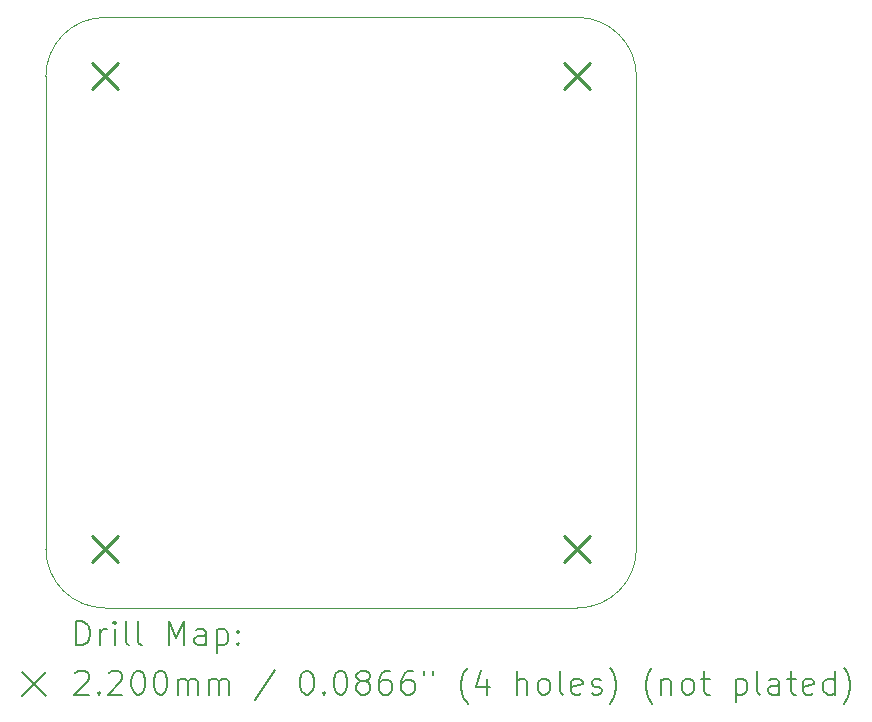
<source format=gbr>
%TF.GenerationSoftware,KiCad,Pcbnew,8.0.1*%
%TF.CreationDate,2025-02-17T13:43:29+05:00*%
%TF.ProjectId,pwm_servo,70776d5f-7365-4727-966f-2e6b69636164,rev?*%
%TF.SameCoordinates,Original*%
%TF.FileFunction,Drillmap*%
%TF.FilePolarity,Positive*%
%FSLAX45Y45*%
G04 Gerber Fmt 4.5, Leading zero omitted, Abs format (unit mm)*
G04 Created by KiCad (PCBNEW 8.0.1) date 2025-02-17 13:43:29*
%MOMM*%
%LPD*%
G01*
G04 APERTURE LIST*
%ADD10C,0.050000*%
%ADD11C,0.200000*%
%ADD12C,0.220000*%
G04 APERTURE END LIST*
D10*
X13757500Y-11405000D02*
X13757500Y-7405000D01*
X18757500Y-11405000D02*
G75*
G02*
X18257500Y-11905000I-500000J0D01*
G01*
X18257500Y-11905000D02*
X14257500Y-11905000D01*
X13757500Y-7405000D02*
G75*
G02*
X14257500Y-6905000I500000J0D01*
G01*
X18757500Y-7405000D02*
X18757500Y-11405000D01*
X18257500Y-6905000D02*
G75*
G02*
X18757500Y-7405000I0J-500000D01*
G01*
X14257500Y-11905000D02*
G75*
G02*
X13757500Y-11405000I0J500000D01*
G01*
X14257500Y-6905000D02*
X18257500Y-6905000D01*
D11*
D12*
X14147500Y-7295000D02*
X14367500Y-7515000D01*
X14367500Y-7295000D02*
X14147500Y-7515000D01*
X14147500Y-11295000D02*
X14367500Y-11515000D01*
X14367500Y-11295000D02*
X14147500Y-11515000D01*
X18147500Y-7295000D02*
X18367500Y-7515000D01*
X18367500Y-7295000D02*
X18147500Y-7515000D01*
X18147500Y-11295000D02*
X18367500Y-11515000D01*
X18367500Y-11295000D02*
X18147500Y-11515000D01*
D11*
X14015777Y-12218984D02*
X14015777Y-12018984D01*
X14015777Y-12018984D02*
X14063396Y-12018984D01*
X14063396Y-12018984D02*
X14091967Y-12028508D01*
X14091967Y-12028508D02*
X14111015Y-12047555D01*
X14111015Y-12047555D02*
X14120539Y-12066603D01*
X14120539Y-12066603D02*
X14130062Y-12104698D01*
X14130062Y-12104698D02*
X14130062Y-12133269D01*
X14130062Y-12133269D02*
X14120539Y-12171365D01*
X14120539Y-12171365D02*
X14111015Y-12190412D01*
X14111015Y-12190412D02*
X14091967Y-12209460D01*
X14091967Y-12209460D02*
X14063396Y-12218984D01*
X14063396Y-12218984D02*
X14015777Y-12218984D01*
X14215777Y-12218984D02*
X14215777Y-12085650D01*
X14215777Y-12123746D02*
X14225301Y-12104698D01*
X14225301Y-12104698D02*
X14234824Y-12095174D01*
X14234824Y-12095174D02*
X14253872Y-12085650D01*
X14253872Y-12085650D02*
X14272920Y-12085650D01*
X14339586Y-12218984D02*
X14339586Y-12085650D01*
X14339586Y-12018984D02*
X14330062Y-12028508D01*
X14330062Y-12028508D02*
X14339586Y-12038031D01*
X14339586Y-12038031D02*
X14349110Y-12028508D01*
X14349110Y-12028508D02*
X14339586Y-12018984D01*
X14339586Y-12018984D02*
X14339586Y-12038031D01*
X14463396Y-12218984D02*
X14444348Y-12209460D01*
X14444348Y-12209460D02*
X14434824Y-12190412D01*
X14434824Y-12190412D02*
X14434824Y-12018984D01*
X14568158Y-12218984D02*
X14549110Y-12209460D01*
X14549110Y-12209460D02*
X14539586Y-12190412D01*
X14539586Y-12190412D02*
X14539586Y-12018984D01*
X14796729Y-12218984D02*
X14796729Y-12018984D01*
X14796729Y-12018984D02*
X14863396Y-12161841D01*
X14863396Y-12161841D02*
X14930062Y-12018984D01*
X14930062Y-12018984D02*
X14930062Y-12218984D01*
X15111015Y-12218984D02*
X15111015Y-12114222D01*
X15111015Y-12114222D02*
X15101491Y-12095174D01*
X15101491Y-12095174D02*
X15082443Y-12085650D01*
X15082443Y-12085650D02*
X15044348Y-12085650D01*
X15044348Y-12085650D02*
X15025301Y-12095174D01*
X15111015Y-12209460D02*
X15091967Y-12218984D01*
X15091967Y-12218984D02*
X15044348Y-12218984D01*
X15044348Y-12218984D02*
X15025301Y-12209460D01*
X15025301Y-12209460D02*
X15015777Y-12190412D01*
X15015777Y-12190412D02*
X15015777Y-12171365D01*
X15015777Y-12171365D02*
X15025301Y-12152317D01*
X15025301Y-12152317D02*
X15044348Y-12142793D01*
X15044348Y-12142793D02*
X15091967Y-12142793D01*
X15091967Y-12142793D02*
X15111015Y-12133269D01*
X15206253Y-12085650D02*
X15206253Y-12285650D01*
X15206253Y-12095174D02*
X15225301Y-12085650D01*
X15225301Y-12085650D02*
X15263396Y-12085650D01*
X15263396Y-12085650D02*
X15282443Y-12095174D01*
X15282443Y-12095174D02*
X15291967Y-12104698D01*
X15291967Y-12104698D02*
X15301491Y-12123746D01*
X15301491Y-12123746D02*
X15301491Y-12180888D01*
X15301491Y-12180888D02*
X15291967Y-12199936D01*
X15291967Y-12199936D02*
X15282443Y-12209460D01*
X15282443Y-12209460D02*
X15263396Y-12218984D01*
X15263396Y-12218984D02*
X15225301Y-12218984D01*
X15225301Y-12218984D02*
X15206253Y-12209460D01*
X15387205Y-12199936D02*
X15396729Y-12209460D01*
X15396729Y-12209460D02*
X15387205Y-12218984D01*
X15387205Y-12218984D02*
X15377682Y-12209460D01*
X15377682Y-12209460D02*
X15387205Y-12199936D01*
X15387205Y-12199936D02*
X15387205Y-12218984D01*
X15387205Y-12095174D02*
X15396729Y-12104698D01*
X15396729Y-12104698D02*
X15387205Y-12114222D01*
X15387205Y-12114222D02*
X15377682Y-12104698D01*
X15377682Y-12104698D02*
X15387205Y-12095174D01*
X15387205Y-12095174D02*
X15387205Y-12114222D01*
X13555000Y-12447500D02*
X13755000Y-12647500D01*
X13755000Y-12447500D02*
X13555000Y-12647500D01*
X14006253Y-12458031D02*
X14015777Y-12448508D01*
X14015777Y-12448508D02*
X14034824Y-12438984D01*
X14034824Y-12438984D02*
X14082443Y-12438984D01*
X14082443Y-12438984D02*
X14101491Y-12448508D01*
X14101491Y-12448508D02*
X14111015Y-12458031D01*
X14111015Y-12458031D02*
X14120539Y-12477079D01*
X14120539Y-12477079D02*
X14120539Y-12496127D01*
X14120539Y-12496127D02*
X14111015Y-12524698D01*
X14111015Y-12524698D02*
X13996729Y-12638984D01*
X13996729Y-12638984D02*
X14120539Y-12638984D01*
X14206253Y-12619936D02*
X14215777Y-12629460D01*
X14215777Y-12629460D02*
X14206253Y-12638984D01*
X14206253Y-12638984D02*
X14196729Y-12629460D01*
X14196729Y-12629460D02*
X14206253Y-12619936D01*
X14206253Y-12619936D02*
X14206253Y-12638984D01*
X14291967Y-12458031D02*
X14301491Y-12448508D01*
X14301491Y-12448508D02*
X14320539Y-12438984D01*
X14320539Y-12438984D02*
X14368158Y-12438984D01*
X14368158Y-12438984D02*
X14387205Y-12448508D01*
X14387205Y-12448508D02*
X14396729Y-12458031D01*
X14396729Y-12458031D02*
X14406253Y-12477079D01*
X14406253Y-12477079D02*
X14406253Y-12496127D01*
X14406253Y-12496127D02*
X14396729Y-12524698D01*
X14396729Y-12524698D02*
X14282443Y-12638984D01*
X14282443Y-12638984D02*
X14406253Y-12638984D01*
X14530062Y-12438984D02*
X14549110Y-12438984D01*
X14549110Y-12438984D02*
X14568158Y-12448508D01*
X14568158Y-12448508D02*
X14577682Y-12458031D01*
X14577682Y-12458031D02*
X14587205Y-12477079D01*
X14587205Y-12477079D02*
X14596729Y-12515174D01*
X14596729Y-12515174D02*
X14596729Y-12562793D01*
X14596729Y-12562793D02*
X14587205Y-12600888D01*
X14587205Y-12600888D02*
X14577682Y-12619936D01*
X14577682Y-12619936D02*
X14568158Y-12629460D01*
X14568158Y-12629460D02*
X14549110Y-12638984D01*
X14549110Y-12638984D02*
X14530062Y-12638984D01*
X14530062Y-12638984D02*
X14511015Y-12629460D01*
X14511015Y-12629460D02*
X14501491Y-12619936D01*
X14501491Y-12619936D02*
X14491967Y-12600888D01*
X14491967Y-12600888D02*
X14482443Y-12562793D01*
X14482443Y-12562793D02*
X14482443Y-12515174D01*
X14482443Y-12515174D02*
X14491967Y-12477079D01*
X14491967Y-12477079D02*
X14501491Y-12458031D01*
X14501491Y-12458031D02*
X14511015Y-12448508D01*
X14511015Y-12448508D02*
X14530062Y-12438984D01*
X14720539Y-12438984D02*
X14739586Y-12438984D01*
X14739586Y-12438984D02*
X14758634Y-12448508D01*
X14758634Y-12448508D02*
X14768158Y-12458031D01*
X14768158Y-12458031D02*
X14777682Y-12477079D01*
X14777682Y-12477079D02*
X14787205Y-12515174D01*
X14787205Y-12515174D02*
X14787205Y-12562793D01*
X14787205Y-12562793D02*
X14777682Y-12600888D01*
X14777682Y-12600888D02*
X14768158Y-12619936D01*
X14768158Y-12619936D02*
X14758634Y-12629460D01*
X14758634Y-12629460D02*
X14739586Y-12638984D01*
X14739586Y-12638984D02*
X14720539Y-12638984D01*
X14720539Y-12638984D02*
X14701491Y-12629460D01*
X14701491Y-12629460D02*
X14691967Y-12619936D01*
X14691967Y-12619936D02*
X14682443Y-12600888D01*
X14682443Y-12600888D02*
X14672920Y-12562793D01*
X14672920Y-12562793D02*
X14672920Y-12515174D01*
X14672920Y-12515174D02*
X14682443Y-12477079D01*
X14682443Y-12477079D02*
X14691967Y-12458031D01*
X14691967Y-12458031D02*
X14701491Y-12448508D01*
X14701491Y-12448508D02*
X14720539Y-12438984D01*
X14872920Y-12638984D02*
X14872920Y-12505650D01*
X14872920Y-12524698D02*
X14882443Y-12515174D01*
X14882443Y-12515174D02*
X14901491Y-12505650D01*
X14901491Y-12505650D02*
X14930063Y-12505650D01*
X14930063Y-12505650D02*
X14949110Y-12515174D01*
X14949110Y-12515174D02*
X14958634Y-12534222D01*
X14958634Y-12534222D02*
X14958634Y-12638984D01*
X14958634Y-12534222D02*
X14968158Y-12515174D01*
X14968158Y-12515174D02*
X14987205Y-12505650D01*
X14987205Y-12505650D02*
X15015777Y-12505650D01*
X15015777Y-12505650D02*
X15034824Y-12515174D01*
X15034824Y-12515174D02*
X15044348Y-12534222D01*
X15044348Y-12534222D02*
X15044348Y-12638984D01*
X15139586Y-12638984D02*
X15139586Y-12505650D01*
X15139586Y-12524698D02*
X15149110Y-12515174D01*
X15149110Y-12515174D02*
X15168158Y-12505650D01*
X15168158Y-12505650D02*
X15196729Y-12505650D01*
X15196729Y-12505650D02*
X15215777Y-12515174D01*
X15215777Y-12515174D02*
X15225301Y-12534222D01*
X15225301Y-12534222D02*
X15225301Y-12638984D01*
X15225301Y-12534222D02*
X15234824Y-12515174D01*
X15234824Y-12515174D02*
X15253872Y-12505650D01*
X15253872Y-12505650D02*
X15282443Y-12505650D01*
X15282443Y-12505650D02*
X15301491Y-12515174D01*
X15301491Y-12515174D02*
X15311015Y-12534222D01*
X15311015Y-12534222D02*
X15311015Y-12638984D01*
X15701491Y-12429460D02*
X15530063Y-12686603D01*
X15958634Y-12438984D02*
X15977682Y-12438984D01*
X15977682Y-12438984D02*
X15996729Y-12448508D01*
X15996729Y-12448508D02*
X16006253Y-12458031D01*
X16006253Y-12458031D02*
X16015777Y-12477079D01*
X16015777Y-12477079D02*
X16025301Y-12515174D01*
X16025301Y-12515174D02*
X16025301Y-12562793D01*
X16025301Y-12562793D02*
X16015777Y-12600888D01*
X16015777Y-12600888D02*
X16006253Y-12619936D01*
X16006253Y-12619936D02*
X15996729Y-12629460D01*
X15996729Y-12629460D02*
X15977682Y-12638984D01*
X15977682Y-12638984D02*
X15958634Y-12638984D01*
X15958634Y-12638984D02*
X15939586Y-12629460D01*
X15939586Y-12629460D02*
X15930063Y-12619936D01*
X15930063Y-12619936D02*
X15920539Y-12600888D01*
X15920539Y-12600888D02*
X15911015Y-12562793D01*
X15911015Y-12562793D02*
X15911015Y-12515174D01*
X15911015Y-12515174D02*
X15920539Y-12477079D01*
X15920539Y-12477079D02*
X15930063Y-12458031D01*
X15930063Y-12458031D02*
X15939586Y-12448508D01*
X15939586Y-12448508D02*
X15958634Y-12438984D01*
X16111015Y-12619936D02*
X16120539Y-12629460D01*
X16120539Y-12629460D02*
X16111015Y-12638984D01*
X16111015Y-12638984D02*
X16101491Y-12629460D01*
X16101491Y-12629460D02*
X16111015Y-12619936D01*
X16111015Y-12619936D02*
X16111015Y-12638984D01*
X16244348Y-12438984D02*
X16263396Y-12438984D01*
X16263396Y-12438984D02*
X16282444Y-12448508D01*
X16282444Y-12448508D02*
X16291967Y-12458031D01*
X16291967Y-12458031D02*
X16301491Y-12477079D01*
X16301491Y-12477079D02*
X16311015Y-12515174D01*
X16311015Y-12515174D02*
X16311015Y-12562793D01*
X16311015Y-12562793D02*
X16301491Y-12600888D01*
X16301491Y-12600888D02*
X16291967Y-12619936D01*
X16291967Y-12619936D02*
X16282444Y-12629460D01*
X16282444Y-12629460D02*
X16263396Y-12638984D01*
X16263396Y-12638984D02*
X16244348Y-12638984D01*
X16244348Y-12638984D02*
X16225301Y-12629460D01*
X16225301Y-12629460D02*
X16215777Y-12619936D01*
X16215777Y-12619936D02*
X16206253Y-12600888D01*
X16206253Y-12600888D02*
X16196729Y-12562793D01*
X16196729Y-12562793D02*
X16196729Y-12515174D01*
X16196729Y-12515174D02*
X16206253Y-12477079D01*
X16206253Y-12477079D02*
X16215777Y-12458031D01*
X16215777Y-12458031D02*
X16225301Y-12448508D01*
X16225301Y-12448508D02*
X16244348Y-12438984D01*
X16425301Y-12524698D02*
X16406253Y-12515174D01*
X16406253Y-12515174D02*
X16396729Y-12505650D01*
X16396729Y-12505650D02*
X16387206Y-12486603D01*
X16387206Y-12486603D02*
X16387206Y-12477079D01*
X16387206Y-12477079D02*
X16396729Y-12458031D01*
X16396729Y-12458031D02*
X16406253Y-12448508D01*
X16406253Y-12448508D02*
X16425301Y-12438984D01*
X16425301Y-12438984D02*
X16463396Y-12438984D01*
X16463396Y-12438984D02*
X16482444Y-12448508D01*
X16482444Y-12448508D02*
X16491967Y-12458031D01*
X16491967Y-12458031D02*
X16501491Y-12477079D01*
X16501491Y-12477079D02*
X16501491Y-12486603D01*
X16501491Y-12486603D02*
X16491967Y-12505650D01*
X16491967Y-12505650D02*
X16482444Y-12515174D01*
X16482444Y-12515174D02*
X16463396Y-12524698D01*
X16463396Y-12524698D02*
X16425301Y-12524698D01*
X16425301Y-12524698D02*
X16406253Y-12534222D01*
X16406253Y-12534222D02*
X16396729Y-12543746D01*
X16396729Y-12543746D02*
X16387206Y-12562793D01*
X16387206Y-12562793D02*
X16387206Y-12600888D01*
X16387206Y-12600888D02*
X16396729Y-12619936D01*
X16396729Y-12619936D02*
X16406253Y-12629460D01*
X16406253Y-12629460D02*
X16425301Y-12638984D01*
X16425301Y-12638984D02*
X16463396Y-12638984D01*
X16463396Y-12638984D02*
X16482444Y-12629460D01*
X16482444Y-12629460D02*
X16491967Y-12619936D01*
X16491967Y-12619936D02*
X16501491Y-12600888D01*
X16501491Y-12600888D02*
X16501491Y-12562793D01*
X16501491Y-12562793D02*
X16491967Y-12543746D01*
X16491967Y-12543746D02*
X16482444Y-12534222D01*
X16482444Y-12534222D02*
X16463396Y-12524698D01*
X16672920Y-12438984D02*
X16634825Y-12438984D01*
X16634825Y-12438984D02*
X16615777Y-12448508D01*
X16615777Y-12448508D02*
X16606253Y-12458031D01*
X16606253Y-12458031D02*
X16587206Y-12486603D01*
X16587206Y-12486603D02*
X16577682Y-12524698D01*
X16577682Y-12524698D02*
X16577682Y-12600888D01*
X16577682Y-12600888D02*
X16587206Y-12619936D01*
X16587206Y-12619936D02*
X16596729Y-12629460D01*
X16596729Y-12629460D02*
X16615777Y-12638984D01*
X16615777Y-12638984D02*
X16653872Y-12638984D01*
X16653872Y-12638984D02*
X16672920Y-12629460D01*
X16672920Y-12629460D02*
X16682444Y-12619936D01*
X16682444Y-12619936D02*
X16691967Y-12600888D01*
X16691967Y-12600888D02*
X16691967Y-12553269D01*
X16691967Y-12553269D02*
X16682444Y-12534222D01*
X16682444Y-12534222D02*
X16672920Y-12524698D01*
X16672920Y-12524698D02*
X16653872Y-12515174D01*
X16653872Y-12515174D02*
X16615777Y-12515174D01*
X16615777Y-12515174D02*
X16596729Y-12524698D01*
X16596729Y-12524698D02*
X16587206Y-12534222D01*
X16587206Y-12534222D02*
X16577682Y-12553269D01*
X16863396Y-12438984D02*
X16825301Y-12438984D01*
X16825301Y-12438984D02*
X16806253Y-12448508D01*
X16806253Y-12448508D02*
X16796729Y-12458031D01*
X16796729Y-12458031D02*
X16777682Y-12486603D01*
X16777682Y-12486603D02*
X16768158Y-12524698D01*
X16768158Y-12524698D02*
X16768158Y-12600888D01*
X16768158Y-12600888D02*
X16777682Y-12619936D01*
X16777682Y-12619936D02*
X16787206Y-12629460D01*
X16787206Y-12629460D02*
X16806253Y-12638984D01*
X16806253Y-12638984D02*
X16844349Y-12638984D01*
X16844349Y-12638984D02*
X16863396Y-12629460D01*
X16863396Y-12629460D02*
X16872920Y-12619936D01*
X16872920Y-12619936D02*
X16882444Y-12600888D01*
X16882444Y-12600888D02*
X16882444Y-12553269D01*
X16882444Y-12553269D02*
X16872920Y-12534222D01*
X16872920Y-12534222D02*
X16863396Y-12524698D01*
X16863396Y-12524698D02*
X16844349Y-12515174D01*
X16844349Y-12515174D02*
X16806253Y-12515174D01*
X16806253Y-12515174D02*
X16787206Y-12524698D01*
X16787206Y-12524698D02*
X16777682Y-12534222D01*
X16777682Y-12534222D02*
X16768158Y-12553269D01*
X16958634Y-12438984D02*
X16958634Y-12477079D01*
X17034825Y-12438984D02*
X17034825Y-12477079D01*
X17330063Y-12715174D02*
X17320539Y-12705650D01*
X17320539Y-12705650D02*
X17301491Y-12677079D01*
X17301491Y-12677079D02*
X17291968Y-12658031D01*
X17291968Y-12658031D02*
X17282444Y-12629460D01*
X17282444Y-12629460D02*
X17272920Y-12581841D01*
X17272920Y-12581841D02*
X17272920Y-12543746D01*
X17272920Y-12543746D02*
X17282444Y-12496127D01*
X17282444Y-12496127D02*
X17291968Y-12467555D01*
X17291968Y-12467555D02*
X17301491Y-12448508D01*
X17301491Y-12448508D02*
X17320539Y-12419936D01*
X17320539Y-12419936D02*
X17330063Y-12410412D01*
X17491968Y-12505650D02*
X17491968Y-12638984D01*
X17444349Y-12429460D02*
X17396730Y-12572317D01*
X17396730Y-12572317D02*
X17520539Y-12572317D01*
X17749111Y-12638984D02*
X17749111Y-12438984D01*
X17834825Y-12638984D02*
X17834825Y-12534222D01*
X17834825Y-12534222D02*
X17825301Y-12515174D01*
X17825301Y-12515174D02*
X17806253Y-12505650D01*
X17806253Y-12505650D02*
X17777682Y-12505650D01*
X17777682Y-12505650D02*
X17758634Y-12515174D01*
X17758634Y-12515174D02*
X17749111Y-12524698D01*
X17958634Y-12638984D02*
X17939587Y-12629460D01*
X17939587Y-12629460D02*
X17930063Y-12619936D01*
X17930063Y-12619936D02*
X17920539Y-12600888D01*
X17920539Y-12600888D02*
X17920539Y-12543746D01*
X17920539Y-12543746D02*
X17930063Y-12524698D01*
X17930063Y-12524698D02*
X17939587Y-12515174D01*
X17939587Y-12515174D02*
X17958634Y-12505650D01*
X17958634Y-12505650D02*
X17987206Y-12505650D01*
X17987206Y-12505650D02*
X18006253Y-12515174D01*
X18006253Y-12515174D02*
X18015777Y-12524698D01*
X18015777Y-12524698D02*
X18025301Y-12543746D01*
X18025301Y-12543746D02*
X18025301Y-12600888D01*
X18025301Y-12600888D02*
X18015777Y-12619936D01*
X18015777Y-12619936D02*
X18006253Y-12629460D01*
X18006253Y-12629460D02*
X17987206Y-12638984D01*
X17987206Y-12638984D02*
X17958634Y-12638984D01*
X18139587Y-12638984D02*
X18120539Y-12629460D01*
X18120539Y-12629460D02*
X18111015Y-12610412D01*
X18111015Y-12610412D02*
X18111015Y-12438984D01*
X18291968Y-12629460D02*
X18272920Y-12638984D01*
X18272920Y-12638984D02*
X18234825Y-12638984D01*
X18234825Y-12638984D02*
X18215777Y-12629460D01*
X18215777Y-12629460D02*
X18206253Y-12610412D01*
X18206253Y-12610412D02*
X18206253Y-12534222D01*
X18206253Y-12534222D02*
X18215777Y-12515174D01*
X18215777Y-12515174D02*
X18234825Y-12505650D01*
X18234825Y-12505650D02*
X18272920Y-12505650D01*
X18272920Y-12505650D02*
X18291968Y-12515174D01*
X18291968Y-12515174D02*
X18301492Y-12534222D01*
X18301492Y-12534222D02*
X18301492Y-12553269D01*
X18301492Y-12553269D02*
X18206253Y-12572317D01*
X18377682Y-12629460D02*
X18396730Y-12638984D01*
X18396730Y-12638984D02*
X18434825Y-12638984D01*
X18434825Y-12638984D02*
X18453873Y-12629460D01*
X18453873Y-12629460D02*
X18463396Y-12610412D01*
X18463396Y-12610412D02*
X18463396Y-12600888D01*
X18463396Y-12600888D02*
X18453873Y-12581841D01*
X18453873Y-12581841D02*
X18434825Y-12572317D01*
X18434825Y-12572317D02*
X18406253Y-12572317D01*
X18406253Y-12572317D02*
X18387206Y-12562793D01*
X18387206Y-12562793D02*
X18377682Y-12543746D01*
X18377682Y-12543746D02*
X18377682Y-12534222D01*
X18377682Y-12534222D02*
X18387206Y-12515174D01*
X18387206Y-12515174D02*
X18406253Y-12505650D01*
X18406253Y-12505650D02*
X18434825Y-12505650D01*
X18434825Y-12505650D02*
X18453873Y-12515174D01*
X18530063Y-12715174D02*
X18539587Y-12705650D01*
X18539587Y-12705650D02*
X18558634Y-12677079D01*
X18558634Y-12677079D02*
X18568158Y-12658031D01*
X18568158Y-12658031D02*
X18577682Y-12629460D01*
X18577682Y-12629460D02*
X18587206Y-12581841D01*
X18587206Y-12581841D02*
X18587206Y-12543746D01*
X18587206Y-12543746D02*
X18577682Y-12496127D01*
X18577682Y-12496127D02*
X18568158Y-12467555D01*
X18568158Y-12467555D02*
X18558634Y-12448508D01*
X18558634Y-12448508D02*
X18539587Y-12419936D01*
X18539587Y-12419936D02*
X18530063Y-12410412D01*
X18891968Y-12715174D02*
X18882444Y-12705650D01*
X18882444Y-12705650D02*
X18863396Y-12677079D01*
X18863396Y-12677079D02*
X18853873Y-12658031D01*
X18853873Y-12658031D02*
X18844349Y-12629460D01*
X18844349Y-12629460D02*
X18834825Y-12581841D01*
X18834825Y-12581841D02*
X18834825Y-12543746D01*
X18834825Y-12543746D02*
X18844349Y-12496127D01*
X18844349Y-12496127D02*
X18853873Y-12467555D01*
X18853873Y-12467555D02*
X18863396Y-12448508D01*
X18863396Y-12448508D02*
X18882444Y-12419936D01*
X18882444Y-12419936D02*
X18891968Y-12410412D01*
X18968158Y-12505650D02*
X18968158Y-12638984D01*
X18968158Y-12524698D02*
X18977682Y-12515174D01*
X18977682Y-12515174D02*
X18996730Y-12505650D01*
X18996730Y-12505650D02*
X19025301Y-12505650D01*
X19025301Y-12505650D02*
X19044349Y-12515174D01*
X19044349Y-12515174D02*
X19053873Y-12534222D01*
X19053873Y-12534222D02*
X19053873Y-12638984D01*
X19177682Y-12638984D02*
X19158634Y-12629460D01*
X19158634Y-12629460D02*
X19149111Y-12619936D01*
X19149111Y-12619936D02*
X19139587Y-12600888D01*
X19139587Y-12600888D02*
X19139587Y-12543746D01*
X19139587Y-12543746D02*
X19149111Y-12524698D01*
X19149111Y-12524698D02*
X19158634Y-12515174D01*
X19158634Y-12515174D02*
X19177682Y-12505650D01*
X19177682Y-12505650D02*
X19206254Y-12505650D01*
X19206254Y-12505650D02*
X19225301Y-12515174D01*
X19225301Y-12515174D02*
X19234825Y-12524698D01*
X19234825Y-12524698D02*
X19244349Y-12543746D01*
X19244349Y-12543746D02*
X19244349Y-12600888D01*
X19244349Y-12600888D02*
X19234825Y-12619936D01*
X19234825Y-12619936D02*
X19225301Y-12629460D01*
X19225301Y-12629460D02*
X19206254Y-12638984D01*
X19206254Y-12638984D02*
X19177682Y-12638984D01*
X19301492Y-12505650D02*
X19377682Y-12505650D01*
X19330063Y-12438984D02*
X19330063Y-12610412D01*
X19330063Y-12610412D02*
X19339587Y-12629460D01*
X19339587Y-12629460D02*
X19358634Y-12638984D01*
X19358634Y-12638984D02*
X19377682Y-12638984D01*
X19596730Y-12505650D02*
X19596730Y-12705650D01*
X19596730Y-12515174D02*
X19615777Y-12505650D01*
X19615777Y-12505650D02*
X19653873Y-12505650D01*
X19653873Y-12505650D02*
X19672920Y-12515174D01*
X19672920Y-12515174D02*
X19682444Y-12524698D01*
X19682444Y-12524698D02*
X19691968Y-12543746D01*
X19691968Y-12543746D02*
X19691968Y-12600888D01*
X19691968Y-12600888D02*
X19682444Y-12619936D01*
X19682444Y-12619936D02*
X19672920Y-12629460D01*
X19672920Y-12629460D02*
X19653873Y-12638984D01*
X19653873Y-12638984D02*
X19615777Y-12638984D01*
X19615777Y-12638984D02*
X19596730Y-12629460D01*
X19806254Y-12638984D02*
X19787206Y-12629460D01*
X19787206Y-12629460D02*
X19777682Y-12610412D01*
X19777682Y-12610412D02*
X19777682Y-12438984D01*
X19968158Y-12638984D02*
X19968158Y-12534222D01*
X19968158Y-12534222D02*
X19958635Y-12515174D01*
X19958635Y-12515174D02*
X19939587Y-12505650D01*
X19939587Y-12505650D02*
X19901492Y-12505650D01*
X19901492Y-12505650D02*
X19882444Y-12515174D01*
X19968158Y-12629460D02*
X19949111Y-12638984D01*
X19949111Y-12638984D02*
X19901492Y-12638984D01*
X19901492Y-12638984D02*
X19882444Y-12629460D01*
X19882444Y-12629460D02*
X19872920Y-12610412D01*
X19872920Y-12610412D02*
X19872920Y-12591365D01*
X19872920Y-12591365D02*
X19882444Y-12572317D01*
X19882444Y-12572317D02*
X19901492Y-12562793D01*
X19901492Y-12562793D02*
X19949111Y-12562793D01*
X19949111Y-12562793D02*
X19968158Y-12553269D01*
X20034825Y-12505650D02*
X20111015Y-12505650D01*
X20063396Y-12438984D02*
X20063396Y-12610412D01*
X20063396Y-12610412D02*
X20072920Y-12629460D01*
X20072920Y-12629460D02*
X20091968Y-12638984D01*
X20091968Y-12638984D02*
X20111015Y-12638984D01*
X20253873Y-12629460D02*
X20234825Y-12638984D01*
X20234825Y-12638984D02*
X20196730Y-12638984D01*
X20196730Y-12638984D02*
X20177682Y-12629460D01*
X20177682Y-12629460D02*
X20168158Y-12610412D01*
X20168158Y-12610412D02*
X20168158Y-12534222D01*
X20168158Y-12534222D02*
X20177682Y-12515174D01*
X20177682Y-12515174D02*
X20196730Y-12505650D01*
X20196730Y-12505650D02*
X20234825Y-12505650D01*
X20234825Y-12505650D02*
X20253873Y-12515174D01*
X20253873Y-12515174D02*
X20263396Y-12534222D01*
X20263396Y-12534222D02*
X20263396Y-12553269D01*
X20263396Y-12553269D02*
X20168158Y-12572317D01*
X20434825Y-12638984D02*
X20434825Y-12438984D01*
X20434825Y-12629460D02*
X20415777Y-12638984D01*
X20415777Y-12638984D02*
X20377682Y-12638984D01*
X20377682Y-12638984D02*
X20358635Y-12629460D01*
X20358635Y-12629460D02*
X20349111Y-12619936D01*
X20349111Y-12619936D02*
X20339587Y-12600888D01*
X20339587Y-12600888D02*
X20339587Y-12543746D01*
X20339587Y-12543746D02*
X20349111Y-12524698D01*
X20349111Y-12524698D02*
X20358635Y-12515174D01*
X20358635Y-12515174D02*
X20377682Y-12505650D01*
X20377682Y-12505650D02*
X20415777Y-12505650D01*
X20415777Y-12505650D02*
X20434825Y-12515174D01*
X20511016Y-12715174D02*
X20520539Y-12705650D01*
X20520539Y-12705650D02*
X20539587Y-12677079D01*
X20539587Y-12677079D02*
X20549111Y-12658031D01*
X20549111Y-12658031D02*
X20558635Y-12629460D01*
X20558635Y-12629460D02*
X20568158Y-12581841D01*
X20568158Y-12581841D02*
X20568158Y-12543746D01*
X20568158Y-12543746D02*
X20558635Y-12496127D01*
X20558635Y-12496127D02*
X20549111Y-12467555D01*
X20549111Y-12467555D02*
X20539587Y-12448508D01*
X20539587Y-12448508D02*
X20520539Y-12419936D01*
X20520539Y-12419936D02*
X20511016Y-12410412D01*
M02*

</source>
